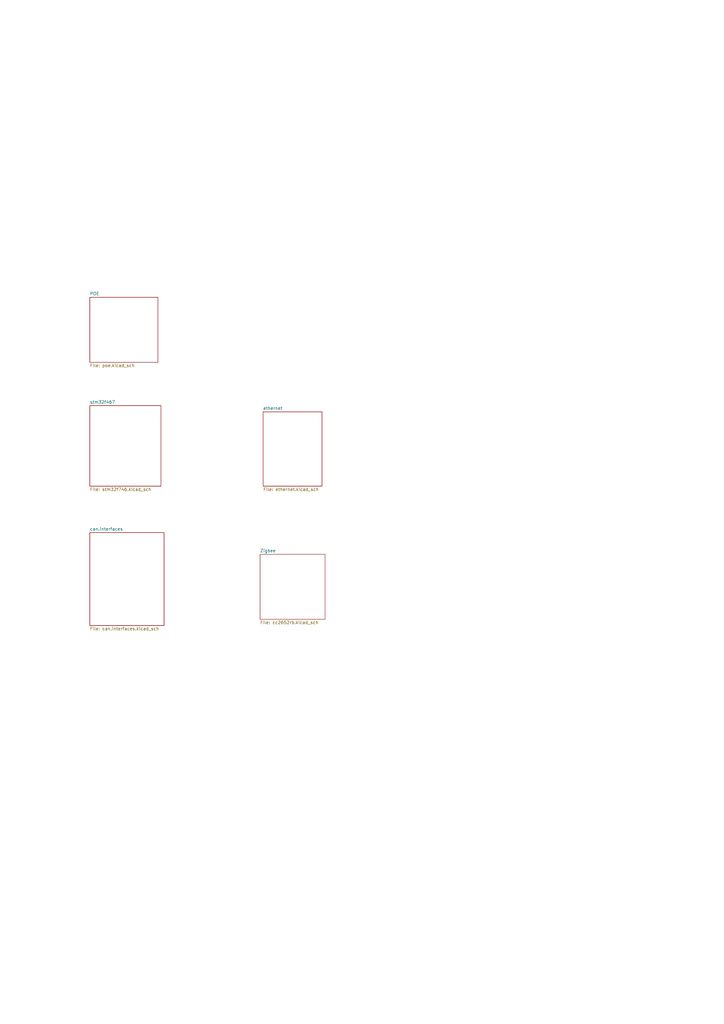
<source format=kicad_sch>
(kicad_sch (version 20230121) (generator eeschema)
  (paper "A3" portrait)
  (lib_symbols)
  (sheet (at 107.95 168.91) (size 24.13 30.48) (stroke (width 0.1524))
    (property "Sheetname" "ethernet" (at 107.95 168.1984 0) (effects (justify left bottom)))
    (property "Sheetfile" "ethernet.kicad_sch" (at 107.95 199.9746 0) (effects (justify left top)))
  )
  (sheet (at 36.83 121.92) (size 27.94 26.67) (stroke (width 0.1524))
    (property "Sheetname" "POE" (at 36.83 121.2084 0) (effects (justify left bottom)))
    (property "Sheetfile" "poe.kicad_sch" (at 36.83 149.1746 0) (effects (justify left top)))
  )
  (sheet (at 106.68 227.33) (size 26.67 26.67) (stroke (width 0.1524))
    (property "Sheetname" "Zigbee" (at 106.68 226.6184 0) (effects (justify left bottom)))
    (property "Sheetfile" "cc2652rb.kicad_sch" (at 106.68 254.5846 0) (effects (justify left top)))
  )
  (sheet (at 36.83 218.44) (size 30.48 38.1) (stroke (width 0.1524))
    (property "Sheetname" "can.interfaces" (at 36.83 217.7284 0) (effects (justify left bottom)))
    (property "Sheetfile" "can.interfaces.kicad_sch" (at 36.83 257.1246 0) (effects (justify left top)))
  )
  (sheet (at 36.83 166.37) (size 29.21 33.02) (stroke (width 0.1524))
    (property "Sheetname" "stm32f467" (at 36.83 165.6584 0) (effects (justify left bottom)))
    (property "Sheetfile" "stm32f746.kicad_sch" (at 36.83 199.9746 0) (effects (justify left top)))
  )
)
</source>
